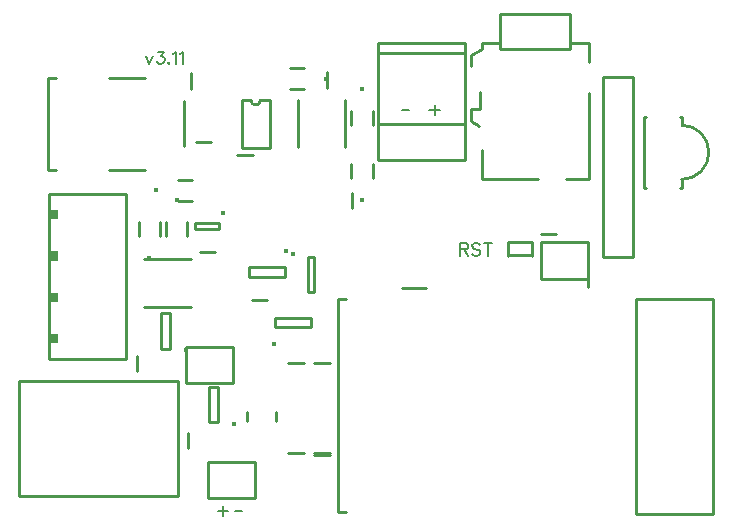
<source format=gbr>
G04 DipTrace 3.3.1.3*
G04 TopSilk.gbr*
%MOIN*%
G04 #@! TF.FileFunction,Legend,Top*
G04 #@! TF.Part,Single*
%ADD10C,0.009843*%
%ADD33C,0.015746*%
%ADD35C,0.015762*%
%ADD39C,0.015743*%
%ADD58C,0.015422*%
%ADD60C,0.015415*%
%ADD64C,0.015395*%
%ADD72C,0.015401*%
%ADD173C,0.006176*%
%FSLAX26Y26*%
G04*
G70*
G90*
G75*
G01*
G04 TopSilk*
%LPD*%
X3482303Y860257D2*
D10*
X3533445D1*
X3072814Y1773642D2*
Y1824783D1*
X3226398Y1553171D2*
X3277539D1*
X3525570Y1777579D2*
Y1828720D1*
X3608289Y1427146D2*
Y1376004D1*
X4395648Y1112224D2*
Y1163366D1*
X4289350Y1289349D2*
X4238209D1*
X2891711Y832697D2*
Y883839D1*
X3100413Y1230336D2*
X3151555D1*
X3273642Y1069432D2*
X3324783D1*
X3482303Y561045D2*
X3533445D1*
X3395689Y860257D2*
X3446831D1*
X3061845Y576677D2*
Y627819D1*
X3533445Y553129D2*
X3482303D1*
X3395689Y561045D2*
X3446831D1*
X3139744Y1596478D2*
X3088602D1*
X2897641Y1283472D2*
Y1330704D1*
X2968503Y1283472D2*
Y1330704D1*
D33*
X2933072Y1210637D3*
X3448812Y1771657D2*
D10*
X3401579D1*
X3448812Y1842519D2*
X3401579D1*
D35*
X3521646Y1807088D3*
X3677162Y1700780D2*
D10*
Y1653548D1*
X3606300Y1700780D2*
Y1653548D1*
D33*
X3641731Y1773615D3*
X3606302Y1476385D2*
D10*
Y1523618D1*
X3677165Y1476385D2*
Y1523618D1*
D33*
X3641734Y1403550D3*
X3059052Y1330701D2*
D10*
Y1283469D1*
X2988190Y1330701D2*
Y1283469D1*
D33*
X3023621Y1403536D3*
X3775594Y1108268D2*
D10*
X3854327D1*
X3027572Y1470473D2*
X3074802D1*
X3027572Y1399611D2*
X3074802D1*
D39*
X2954731Y1435042D3*
X2594478Y1503935D2*
D10*
Y1811026D1*
X2620096D1*
X2797245D2*
X2919313D1*
X3047264Y1732273D2*
Y1582687D1*
X2919313Y1503935D2*
X2797245D1*
X2620096D2*
X2594478D1*
X4336602Y2023622D2*
X4100406D1*
Y1905489D1*
X4336602D1*
Y2023622D1*
X4397622Y1925206D2*
X4334610D1*
X4397622Y1472446D2*
X4322831D1*
X4043327Y1905489D2*
Y1925206D1*
X4102354D1*
X4397622Y1862213D2*
Y1925206D1*
X4043327Y1905489D2*
X4003917Y1885828D1*
Y1850349D1*
X4031504Y1649618D2*
X4003917Y1665381D1*
Y1704758D1*
X4035445D1*
Y1763797D1*
X4043327Y1472446D2*
Y1570863D1*
X4397622Y1472446D2*
Y1759842D1*
X4228335Y1472446D2*
X4043327D1*
X4546065Y1813752D2*
X4446063D1*
Y1213807D1*
X4546065D1*
Y1813752D1*
X3694877Y1925198D2*
X3986220D1*
Y1535438D1*
X3694877D1*
Y1925198D1*
X2598436Y1423213D2*
Y872063D1*
X2854331Y872008D1*
Y1423213D1*
X2598436Y1423268D1*
G36*
X2626918Y1370071D2*
X2595407D1*
Y1338539D1*
X2626918D1*
Y1370071D1*
G37*
G36*
Y1232311D2*
X2595407D1*
Y1200779D1*
X2626918D1*
Y1232311D1*
G37*
G36*
Y1094551D2*
X2595407D1*
Y1062964D1*
X2626918D1*
Y1094551D1*
G37*
G36*
Y956737D2*
X2595407D1*
Y925204D1*
X2626918D1*
Y956737D1*
G37*
X3055118Y912011D2*
D10*
Y793894D1*
Y913976D2*
X3212598D1*
X3055118Y791929D2*
X3212598D1*
Y912011D2*
Y793894D1*
X4238780Y1259846D2*
Y1141729D1*
Y1261811D2*
X4396260D1*
X4238780Y1139764D2*
X4396260D1*
Y1259846D2*
Y1141729D1*
X3694879Y1891732D2*
X3986218D1*
Y1655512D1*
X3694879D1*
Y1891732D1*
X3127953Y528941D2*
Y410823D1*
Y530906D2*
X3285433D1*
X3127953Y408858D2*
X3285433D1*
Y528941D2*
Y410823D1*
X3586614Y1736220D2*
Y1578741D1*
X3429134Y1736220D2*
Y1578741D1*
X3257870Y696885D2*
Y665401D1*
X3356303Y696885D2*
Y665401D1*
X2913408Y1204724D2*
X3070886D1*
X2913408Y1047244D2*
X3070886D1*
D58*
X3410488Y1223762D3*
X3460630Y1214562D2*
D10*
Y1096457D1*
X3480315D1*
Y1214562D1*
X3460630D1*
D60*
X3178484Y1359199D3*
X3165359Y1324798D2*
D10*
X3086612D1*
Y1305123D1*
X3165359D1*
Y1324798D1*
X4129917Y1262165D2*
X4206689Y1262360D1*
X4129917Y1217914D2*
Y1262401D1*
Y1218109D2*
X4206689D1*
Y1217914D2*
Y1262401D1*
D64*
X3216594Y656350D3*
X3162528Y661613D2*
D10*
Y779720D1*
X3131038Y661613D2*
Y779720D1*
X3162528D2*
X3131038D1*
X3162528Y661613D2*
X3131038D1*
X3240157Y1735235D2*
X3271646D1*
X3240157D2*
Y1577757D1*
X3303157Y1735235D2*
X3334646D1*
X3240157Y1577757D2*
X3334646D1*
Y1735235D1*
X3271646D2*
G03X3303157Y1735235I15756J8D01*
G01*
D72*
X3347102Y924320D3*
X3352364Y978385D2*
D10*
X3470472D1*
X3352364Y1009876D2*
X3470472D1*
Y978385D2*
Y1009876D1*
X3352364Y978385D2*
Y1009876D1*
X2498031Y416922D2*
X3029528D1*
Y798802D1*
X2498031D1*
Y416922D1*
X4811800Y1073844D2*
X4555550D1*
Y355135D1*
X4811800D1*
Y1073844D1*
X3587176D2*
X3562176D1*
X3561801Y436337D1*
X3562176Y361341D2*
X3587176D1*
X3562176D2*
Y455105D1*
D72*
X3389118Y1233161D3*
X3383856Y1179095D2*
D10*
X3265748D1*
X3383856Y1147605D2*
X3265748D1*
Y1179095D2*
Y1147605D1*
X3383856Y1179095D2*
Y1147605D1*
D64*
X3055995Y902220D3*
X3001930Y907483D2*
D10*
Y1025591D1*
X2970439Y907483D2*
Y1025591D1*
X3001930D2*
X2970439D1*
X3001930Y907483D2*
X2970439D1*
X4707665Y1471552D2*
G03X4707665Y1652621I20J90535D01*
G01*
X4701754Y1443984D2*
X4707665D1*
Y1471552D1*
Y1652621D2*
Y1680189D1*
X4701754D1*
X4589567D2*
X4581685D1*
Y1443984D1*
X4589567D1*
X3883784Y1719603D2*
D173*
Y1685159D1*
X3866584Y1702358D2*
X3901028D1*
X3776033Y1702381D2*
X3798141D1*
X3969710Y1238941D2*
X3986910D1*
X3992658Y1240887D1*
X3994603Y1242788D1*
X3996505Y1246591D1*
Y1250437D1*
X3994603Y1254240D1*
X3992658Y1256185D1*
X3986910Y1258087D1*
X3969710D1*
Y1217895D1*
X3983107Y1238941D2*
X3996505Y1217895D1*
X4035651Y1252339D2*
X4031848Y1256185D1*
X4026100Y1258087D1*
X4018451D1*
X4012703Y1256185D1*
X4008856Y1252339D1*
Y1248536D1*
X4010801Y1244689D1*
X4012703Y1242788D1*
X4016505Y1240887D1*
X4028001Y1237040D1*
X4031848Y1235139D1*
X4033749Y1233193D1*
X4035651Y1229391D1*
Y1223643D1*
X4031848Y1219840D1*
X4026100Y1217895D1*
X4018451D1*
X4012703Y1219840D1*
X4008856Y1223643D1*
X4061399Y1258087D2*
Y1217895D1*
X4048002Y1258087D2*
X4074797D1*
X2921550Y1884298D2*
X2933046Y1857504D1*
X2944498Y1884298D1*
X2960696Y1897651D2*
X2981698D1*
X2970246Y1882353D1*
X2975994D1*
X2979797Y1880451D1*
X2981698Y1878550D1*
X2983644Y1872802D1*
Y1869000D1*
X2981698Y1863252D1*
X2977896Y1859405D1*
X2972148Y1857504D1*
X2966400D1*
X2960696Y1859405D1*
X2958795Y1861350D1*
X2956849Y1865153D1*
X2997896Y1861350D2*
X2995995Y1859405D1*
X2997896Y1857504D1*
X2999842Y1859405D1*
X2997896Y1861350D1*
X3012193Y1890002D2*
X3016040Y1891947D1*
X3021788Y1897651D1*
Y1857504D1*
X3034140Y1890002D2*
X3037986Y1891947D1*
X3043734Y1897651D1*
Y1857504D1*
X3219602Y365388D2*
X3241710D1*
X3177747Y382610D2*
Y348166D1*
X3160547Y365366D2*
X3194991D1*
M02*

</source>
